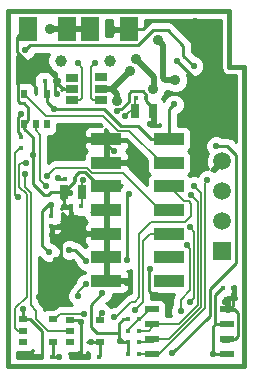
<source format=gbl>
G04 (created by PCBNEW-RS274X (2010-05-05 BZR 2356)-stable) date 2010年10月27日 星期三 23时04分44秒*
G01*
G70*
G90*
%MOIN*%
G04 Gerber Fmt 3.4, Leading zero omitted, Abs format*
%FSLAX34Y34*%
G04 APERTURE LIST*
%ADD10C,0.006000*%
%ADD11C,0.015000*%
%ADD12R,0.018100X0.018100*%
%ADD13R,0.025000X0.045000*%
%ADD14R,0.060000X0.080000*%
%ADD15R,0.045000X0.020000*%
%ADD16R,0.030000X0.020000*%
%ADD17R,0.020000X0.030000*%
%ADD18R,0.039400X0.027600*%
%ADD19C,0.039400*%
%ADD20R,0.098400X0.039400*%
%ADD21R,0.059100X0.059100*%
%ADD22C,0.059100*%
%ADD23C,0.022000*%
%ADD24C,0.035000*%
%ADD25C,0.010000*%
%ADD26C,0.020000*%
G04 APERTURE END LIST*
G54D10*
G54D11*
X47244Y-41220D02*
X47244Y-41220D01*
X46732Y-41221D02*
X47244Y-41221D01*
X46732Y-39370D02*
X46732Y-41220D01*
X39370Y-51181D02*
X39370Y-39370D01*
X47244Y-51181D02*
X39370Y-51181D01*
X47244Y-41220D02*
X47244Y-51181D01*
X39370Y-39370D02*
X46732Y-39370D01*
G54D12*
X43370Y-50010D03*
X43720Y-50010D03*
X46520Y-48580D03*
X46870Y-48580D03*
X43720Y-49630D03*
X43370Y-49630D03*
X40810Y-46180D03*
X40810Y-46530D03*
X41250Y-44940D03*
X41600Y-44940D03*
X43720Y-50390D03*
X43370Y-50390D03*
X43720Y-50780D03*
X43370Y-50780D03*
X42390Y-50880D03*
X42040Y-50880D03*
X40840Y-50880D03*
X40490Y-50880D03*
X40580Y-41680D03*
X40930Y-41680D03*
X39800Y-43920D03*
X39800Y-43570D03*
G54D13*
X43598Y-42677D03*
X44198Y-42677D03*
X41820Y-45400D03*
X41220Y-45400D03*
G54D14*
X42086Y-39961D03*
X43386Y-39961D03*
G54D15*
X46670Y-50790D03*
X46670Y-50290D03*
X46670Y-49790D03*
X46670Y-49290D03*
X44170Y-49290D03*
X44170Y-49790D03*
X44170Y-50290D03*
X44170Y-50790D03*
G54D16*
X41430Y-50395D03*
X41430Y-49645D03*
X42430Y-50395D03*
X41430Y-50020D03*
X42430Y-49645D03*
G54D17*
X40655Y-43120D03*
X39905Y-43120D03*
X40655Y-42120D03*
X40280Y-43120D03*
X39905Y-42120D03*
G54D16*
X39860Y-50385D03*
X39860Y-49635D03*
X40860Y-50385D03*
X39860Y-50010D03*
X40860Y-49635D03*
G54D18*
X41510Y-42320D03*
X41510Y-41945D03*
X41510Y-41572D03*
X42454Y-41570D03*
X42454Y-41948D03*
X42454Y-42320D03*
G54D19*
X41123Y-41015D03*
X42777Y-41015D03*
G54D12*
X43622Y-42244D03*
X43972Y-42244D03*
X41810Y-45870D03*
X41460Y-45870D03*
G54D20*
X44729Y-43630D03*
X42642Y-43630D03*
X44729Y-44417D03*
X42642Y-44417D03*
X44729Y-45205D03*
X42642Y-45205D03*
X44729Y-45992D03*
X42642Y-45992D03*
X44729Y-46780D03*
X42642Y-46780D03*
X44729Y-47567D03*
X42642Y-47567D03*
X44729Y-48354D03*
X42642Y-48354D03*
G54D21*
X46496Y-47366D03*
G54D22*
X46496Y-46366D03*
X46496Y-45366D03*
X46496Y-44366D03*
G54D14*
X40019Y-39961D03*
X41319Y-39961D03*
G54D23*
X43400Y-45440D03*
X43330Y-47650D03*
X41040Y-44930D03*
X39941Y-40650D03*
X45550Y-41190D03*
X42510Y-48760D03*
X41410Y-47320D03*
X41960Y-47680D03*
X40720Y-47400D03*
X43090Y-50360D03*
X46180Y-50780D03*
X40810Y-45810D03*
G54D24*
X44940Y-41670D03*
X44360Y-40310D03*
G54D23*
X41680Y-41100D03*
X46010Y-44990D03*
X45460Y-45480D03*
X45560Y-45190D03*
X39950Y-44430D03*
X39940Y-44780D03*
X40620Y-45180D03*
X41970Y-48440D03*
X41690Y-48860D03*
X41890Y-49440D03*
X42900Y-49550D03*
X43580Y-49320D03*
X42500Y-49430D03*
X40650Y-44870D03*
X42260Y-41090D03*
G54D24*
X43430Y-41360D03*
X43010Y-42340D03*
G54D23*
X45591Y-39705D03*
X44094Y-43110D03*
X45000Y-41024D03*
X45866Y-42126D03*
X40180Y-44150D03*
X41180Y-43980D03*
X44110Y-47960D03*
X44760Y-49210D03*
X42880Y-44010D03*
X40770Y-44160D03*
X41560Y-44170D03*
X42980Y-42690D03*
X40990Y-42120D03*
X46590Y-49070D03*
X43330Y-48430D03*
X40820Y-46830D03*
X40970Y-47670D03*
X40400Y-48880D03*
X39850Y-49300D03*
X41810Y-49730D03*
X41870Y-45000D03*
X43248Y-42854D03*
X45420Y-46570D03*
X45430Y-49070D03*
X45120Y-49340D03*
X45320Y-47170D03*
X39690Y-45570D03*
G54D24*
X40768Y-39941D03*
X43620Y-40940D03*
X44210Y-41950D03*
G54D23*
X39810Y-42790D03*
X44890Y-42470D03*
X44840Y-50760D03*
X41070Y-50880D03*
X42140Y-50400D03*
X40890Y-42630D03*
X46290Y-43850D03*
G54D25*
X43400Y-45440D02*
X43330Y-45510D01*
X43330Y-45510D02*
X43330Y-47650D01*
X41250Y-44940D02*
X40990Y-44940D01*
X40990Y-44940D02*
X41040Y-44930D01*
X40138Y-40500D02*
X40091Y-40500D01*
X40091Y-40500D02*
X39941Y-40650D01*
X46670Y-50790D02*
X46190Y-50790D01*
X46190Y-50790D02*
X46180Y-50780D01*
X43706Y-40500D02*
X40138Y-40500D01*
X44206Y-40000D02*
X43706Y-40500D01*
X44680Y-40000D02*
X44206Y-40000D01*
X45210Y-40530D02*
X44680Y-40000D01*
X45210Y-40850D02*
X45210Y-40530D01*
X45550Y-41190D02*
X45210Y-40850D01*
X42330Y-50100D02*
X43050Y-50100D01*
X42130Y-49900D02*
X42330Y-50100D01*
X42130Y-49140D02*
X42130Y-49900D01*
X42510Y-48760D02*
X42130Y-49140D01*
X41600Y-47320D02*
X41410Y-47320D01*
X41960Y-47680D02*
X41600Y-47320D01*
X46275Y-48815D02*
X46275Y-49790D01*
X46275Y-49790D02*
X46270Y-49790D01*
X40810Y-45810D02*
X40710Y-45810D01*
X40510Y-47190D02*
X40720Y-47400D01*
X40510Y-46010D02*
X40510Y-47190D01*
X40710Y-45810D02*
X40510Y-46010D01*
X43120Y-50390D02*
X43370Y-50390D01*
X43090Y-50360D02*
X43120Y-50390D01*
X43190Y-50380D02*
X43360Y-50380D01*
X43050Y-50100D02*
X43050Y-50240D01*
X43190Y-50380D02*
X43050Y-50240D01*
X43360Y-50380D02*
X43370Y-50390D01*
X43370Y-49630D02*
X43200Y-49630D01*
X43200Y-49630D02*
X43050Y-49780D01*
X43050Y-49780D02*
X43050Y-50100D01*
X43260Y-49630D02*
X43370Y-49630D01*
X43370Y-50390D02*
X43370Y-50780D01*
X46670Y-49790D02*
X46270Y-49790D01*
X46270Y-49790D02*
X46180Y-49880D01*
X46520Y-48580D02*
X46510Y-48580D01*
X46180Y-49880D02*
X46180Y-50780D01*
X46510Y-48580D02*
X46275Y-48815D01*
X40810Y-45810D02*
X40810Y-46180D01*
G54D26*
X44610Y-41670D02*
X44940Y-41670D01*
X44540Y-41600D02*
X44610Y-41670D01*
X44540Y-40490D02*
X44540Y-41600D01*
X44360Y-40310D02*
X44540Y-40490D01*
G54D10*
X41510Y-42320D02*
X41770Y-42320D01*
X41830Y-41250D02*
X41680Y-41100D01*
X41830Y-42260D02*
X41830Y-41250D01*
X41770Y-42320D02*
X41830Y-42260D01*
X44170Y-50790D02*
X44400Y-50790D01*
X46010Y-44990D02*
X45930Y-45110D01*
X45930Y-45110D02*
X45930Y-49260D01*
X45930Y-49260D02*
X44400Y-50790D01*
X43720Y-50780D02*
X44170Y-50790D01*
X45686Y-49162D02*
X45686Y-45706D01*
X45058Y-49790D02*
X45686Y-49162D01*
X44170Y-49790D02*
X45058Y-49790D01*
X45686Y-45706D02*
X45460Y-45480D01*
X43720Y-50010D02*
X44060Y-50010D01*
X44060Y-50010D02*
X44170Y-49900D01*
X44170Y-49900D02*
X44170Y-49790D01*
X45808Y-45438D02*
X45560Y-45190D01*
X44400Y-50281D02*
X44179Y-50281D01*
X44179Y-50281D02*
X44170Y-50290D01*
X45808Y-49211D02*
X45808Y-45438D01*
X44738Y-50281D02*
X44400Y-50281D01*
X44738Y-50281D02*
X45808Y-49211D01*
X44430Y-50280D02*
X44400Y-50281D01*
X43720Y-50390D02*
X44180Y-50390D01*
X44180Y-50390D02*
X44170Y-50290D01*
X39980Y-45470D02*
X39980Y-48880D01*
X39980Y-48880D02*
X39610Y-49250D01*
X39780Y-44430D02*
X39950Y-44430D01*
X39730Y-44480D02*
X39780Y-44430D01*
X39730Y-45220D02*
X39730Y-44480D01*
X39980Y-45470D02*
X39730Y-45220D01*
X39860Y-50010D02*
X39690Y-50010D01*
X39690Y-50010D02*
X39610Y-49930D01*
X39610Y-49930D02*
X39610Y-49250D01*
X40120Y-45790D02*
X40120Y-49160D01*
X40300Y-49620D02*
X40700Y-50020D01*
X40120Y-49160D02*
X40300Y-49340D01*
X40300Y-49340D02*
X40300Y-49620D01*
X40700Y-50020D02*
X41430Y-50020D01*
X40120Y-45410D02*
X40120Y-45790D01*
X39940Y-45230D02*
X40120Y-45410D01*
X39940Y-44780D02*
X39940Y-45230D01*
X40280Y-43330D02*
X40430Y-43480D01*
X40430Y-44990D02*
X40620Y-45180D01*
X40430Y-43480D02*
X40430Y-44990D01*
X40280Y-43120D02*
X40280Y-43330D01*
X41690Y-48720D02*
X41690Y-48860D01*
X41970Y-48440D02*
X41690Y-48720D01*
X40860Y-49635D02*
X40915Y-49635D01*
X41110Y-49440D02*
X41890Y-49440D01*
X40915Y-49635D02*
X41110Y-49440D01*
X44729Y-45205D02*
X44735Y-45205D01*
X44140Y-46400D02*
X43738Y-46802D01*
X45270Y-46400D02*
X44140Y-46400D01*
X45470Y-46200D02*
X45270Y-46400D01*
X45470Y-45780D02*
X45470Y-46200D01*
X45380Y-45690D02*
X45470Y-45780D01*
X45220Y-45690D02*
X45380Y-45690D01*
X44735Y-45205D02*
X45220Y-45690D01*
X43738Y-48750D02*
X43738Y-48902D01*
X43600Y-49040D02*
X43460Y-49040D01*
X43738Y-48902D02*
X43600Y-49040D01*
X43460Y-49040D02*
X42950Y-49550D01*
X42950Y-49550D02*
X42900Y-49550D01*
X43738Y-48750D02*
X43738Y-46802D01*
X43860Y-49040D02*
X43860Y-47030D01*
X43860Y-47030D02*
X44110Y-46780D01*
X44729Y-46780D02*
X44110Y-46780D01*
X43860Y-49040D02*
X43580Y-49320D01*
X42430Y-49500D02*
X42430Y-49645D01*
X42500Y-49430D02*
X42430Y-49500D01*
X44729Y-45992D02*
X44432Y-45992D01*
X40940Y-44580D02*
X40650Y-44870D01*
X41980Y-44580D02*
X40940Y-44580D01*
X42160Y-44760D02*
X41980Y-44580D01*
X43200Y-44760D02*
X42160Y-44760D01*
X44432Y-45992D02*
X43200Y-44760D01*
X44729Y-44417D02*
X44487Y-44417D01*
X39900Y-42120D02*
X39905Y-42120D01*
X40620Y-42840D02*
X39900Y-42120D01*
X42540Y-42840D02*
X40620Y-42840D01*
X43040Y-43340D02*
X42540Y-42840D01*
X43410Y-43340D02*
X43040Y-43340D01*
X44487Y-44417D02*
X43410Y-43340D01*
X42454Y-42320D02*
X42190Y-42320D01*
X42190Y-42320D02*
X42130Y-42260D01*
X42130Y-42260D02*
X42130Y-41220D01*
X42130Y-41220D02*
X42260Y-41090D01*
G54D26*
X42454Y-41948D02*
X42842Y-41948D01*
X42842Y-41948D02*
X43430Y-41360D01*
X42456Y-41950D02*
X42454Y-41948D01*
X42840Y-41950D02*
X42456Y-41950D01*
X43010Y-42120D02*
X42840Y-41950D01*
X43010Y-42340D02*
X43010Y-42120D01*
G54D25*
X43386Y-39961D02*
X43877Y-39961D01*
X44133Y-39705D02*
X45591Y-39705D01*
X43877Y-39961D02*
X44133Y-39705D01*
X40019Y-39961D02*
X39921Y-39961D01*
X39665Y-40728D02*
X40147Y-41210D01*
X39665Y-40217D02*
X39665Y-40728D01*
X39921Y-39961D02*
X39665Y-40217D01*
X44198Y-42677D02*
X44198Y-42568D01*
X43972Y-42342D02*
X43972Y-42244D01*
X44198Y-42568D02*
X43972Y-42342D01*
X44198Y-43006D02*
X44198Y-42677D01*
X44094Y-43110D02*
X44198Y-43006D01*
X45866Y-41890D02*
X45866Y-42126D01*
X45866Y-41890D02*
X45000Y-41024D01*
X41170Y-43990D02*
X41170Y-44160D01*
X41180Y-43980D02*
X41170Y-43990D01*
X41220Y-45400D02*
X40810Y-45400D01*
X40810Y-45400D02*
X40710Y-45500D01*
X40710Y-45500D02*
X40550Y-45500D01*
X40550Y-45500D02*
X40180Y-45130D01*
X40180Y-45130D02*
X40180Y-44150D01*
X39905Y-43295D02*
X39905Y-43120D01*
X40180Y-44150D02*
X40180Y-43570D01*
X40180Y-43570D02*
X39905Y-43295D01*
X44050Y-48020D02*
X44110Y-47960D01*
X44050Y-48680D02*
X44050Y-48020D01*
X44130Y-48760D02*
X44050Y-48680D01*
X44310Y-48760D02*
X44130Y-48760D01*
X44760Y-49210D02*
X44310Y-48760D01*
X42642Y-43772D02*
X42642Y-43630D01*
X42880Y-44010D02*
X42642Y-43772D01*
X42642Y-43630D02*
X41970Y-43630D01*
X41970Y-43630D02*
X41560Y-44040D01*
X41560Y-44040D02*
X41560Y-44170D01*
X41550Y-44160D02*
X41170Y-44160D01*
X41170Y-44160D02*
X40770Y-44160D01*
X41560Y-44170D02*
X41550Y-44160D01*
X41600Y-44940D02*
X41600Y-44870D01*
X42405Y-45205D02*
X42642Y-45205D01*
X41930Y-44730D02*
X42405Y-45205D01*
X41740Y-44730D02*
X41930Y-44730D01*
X41600Y-44870D02*
X41740Y-44730D01*
X41600Y-44940D02*
X41600Y-45020D01*
X41600Y-45020D02*
X41220Y-45400D01*
X42642Y-43630D02*
X42642Y-44417D01*
X43131Y-42630D02*
X43040Y-42630D01*
X43131Y-42630D02*
X43380Y-42381D01*
X43380Y-42381D02*
X43380Y-42111D01*
X43380Y-42111D02*
X43470Y-42021D01*
X43470Y-42021D02*
X43849Y-42021D01*
X43849Y-42021D02*
X43970Y-42142D01*
X43970Y-42360D02*
X43970Y-42142D01*
X43040Y-42630D02*
X42980Y-42690D01*
X44090Y-42480D02*
X44090Y-42850D01*
X43970Y-42360D02*
X44090Y-42480D01*
X40250Y-41210D02*
X40147Y-41210D01*
X40147Y-41210D02*
X40090Y-41210D01*
X40090Y-41210D02*
X39680Y-41620D01*
X39680Y-41620D02*
X39680Y-42340D01*
X39680Y-42340D02*
X39760Y-42420D01*
X39760Y-42420D02*
X39880Y-42420D01*
X39880Y-42420D02*
X40040Y-42580D01*
X40040Y-42580D02*
X40040Y-42985D01*
X40040Y-42985D02*
X39905Y-43120D01*
X40930Y-42060D02*
X40930Y-41680D01*
X40990Y-42120D02*
X40930Y-42060D01*
X40250Y-41210D02*
X40600Y-41210D01*
X40930Y-41540D02*
X40930Y-41680D01*
X40600Y-41210D02*
X40930Y-41540D01*
X40930Y-41680D02*
X41200Y-41950D01*
X41200Y-41950D02*
X41505Y-41950D01*
X41505Y-41950D02*
X41510Y-41945D01*
X46670Y-49150D02*
X46670Y-49290D01*
X46590Y-49070D02*
X46670Y-49150D01*
X42642Y-48354D02*
X43254Y-48354D01*
X43254Y-48354D02*
X43330Y-48430D01*
X40820Y-46830D02*
X40930Y-46830D01*
X41140Y-47500D02*
X40970Y-47670D01*
X41140Y-47040D02*
X41140Y-47500D01*
X40930Y-46830D02*
X41140Y-47040D01*
X41220Y-45400D02*
X41220Y-45790D01*
X41300Y-45870D02*
X41460Y-45870D01*
X41220Y-45790D02*
X41300Y-45870D01*
X40810Y-46530D02*
X41290Y-46530D01*
X41460Y-46360D02*
X41460Y-45870D01*
X41290Y-46530D02*
X41460Y-46360D01*
X40810Y-46820D02*
X40810Y-46530D01*
X40820Y-46830D02*
X40810Y-46820D01*
X40970Y-47670D02*
X40400Y-48240D01*
X40400Y-48240D02*
X40400Y-48880D01*
X39860Y-49310D02*
X39860Y-49635D01*
X39850Y-49300D02*
X39860Y-49310D01*
X41810Y-49730D02*
X41810Y-49740D01*
X41810Y-49740D02*
X41715Y-49645D01*
X41715Y-49645D02*
X41430Y-49645D01*
X39860Y-49635D02*
X40095Y-49635D01*
X40490Y-50030D02*
X40490Y-50880D01*
X40095Y-49635D02*
X40490Y-50030D01*
X41900Y-50880D02*
X42040Y-50880D01*
X41810Y-50790D02*
X41900Y-50880D01*
X41810Y-49740D02*
X41810Y-50790D01*
X46670Y-49290D02*
X46900Y-49290D01*
X46930Y-50290D02*
X46670Y-50290D01*
X47020Y-50200D02*
X46930Y-50290D01*
X47020Y-49410D02*
X47020Y-50200D01*
X46900Y-49290D02*
X47020Y-49410D01*
X46870Y-48580D02*
X46870Y-49200D01*
X46870Y-49200D02*
X46670Y-49290D01*
X42642Y-45205D02*
X42642Y-45992D01*
X42642Y-45992D02*
X42642Y-46780D01*
X42642Y-46780D02*
X42642Y-47567D01*
X42642Y-47567D02*
X42642Y-48354D01*
G54D10*
X41820Y-45050D02*
X41820Y-45400D01*
X41870Y-45000D02*
X41820Y-45050D01*
X41820Y-45400D02*
X41820Y-45860D01*
X41820Y-45860D02*
X41810Y-45870D01*
X43425Y-42677D02*
X43598Y-42677D01*
X43248Y-42854D02*
X43425Y-42677D01*
X43598Y-42677D02*
X43598Y-42268D01*
X43598Y-42268D02*
X43622Y-42244D01*
X45564Y-46710D02*
X45560Y-46710D01*
X45560Y-46710D02*
X45420Y-46570D01*
X45564Y-46710D02*
X45564Y-48936D01*
X45564Y-48936D02*
X45430Y-49070D01*
X43370Y-50010D02*
X43370Y-49980D01*
X43370Y-49980D02*
X43720Y-49630D01*
X43720Y-49630D02*
X43720Y-49650D01*
X44083Y-49287D02*
X44170Y-49290D01*
X43720Y-49650D02*
X44083Y-49287D01*
X45120Y-48980D02*
X45120Y-49340D01*
X45440Y-48660D02*
X45120Y-48980D01*
X45440Y-47290D02*
X45440Y-48660D01*
X45320Y-47170D02*
X45440Y-47290D01*
X39600Y-45480D02*
X39600Y-44090D01*
X39800Y-43920D02*
X39770Y-43920D01*
X39770Y-43920D02*
X39600Y-44090D01*
X39600Y-45480D02*
X39690Y-45570D01*
G54D26*
X41319Y-39961D02*
X42086Y-39961D01*
X41319Y-39961D02*
X40788Y-39961D01*
X40788Y-39961D02*
X40768Y-39941D01*
G54D10*
X40788Y-39961D02*
X40768Y-39941D01*
G54D26*
X44220Y-41940D02*
X44220Y-41540D01*
X43620Y-40940D02*
X44220Y-41540D01*
X44220Y-41940D02*
X44210Y-41950D01*
G54D25*
X39690Y-42940D02*
X39680Y-42940D01*
X39680Y-42950D02*
X39690Y-42940D01*
X39680Y-42920D02*
X39680Y-42950D01*
X39810Y-42790D02*
X39680Y-42920D01*
X44729Y-43630D02*
X44729Y-42631D01*
X44729Y-42631D02*
X44890Y-42470D01*
X46080Y-48620D02*
X46080Y-49520D01*
X46080Y-49520D02*
X44840Y-50760D01*
X46960Y-47740D02*
X46080Y-48620D01*
X46960Y-44140D02*
X46960Y-47740D01*
X46670Y-43850D02*
X46960Y-44140D01*
X46290Y-43850D02*
X46670Y-43850D01*
X40840Y-50880D02*
X41070Y-50880D01*
X42145Y-50395D02*
X42430Y-50395D01*
X42140Y-50400D02*
X42145Y-50395D01*
X41995Y-50395D02*
X42430Y-50395D01*
X39800Y-43570D02*
X39800Y-43500D01*
X39800Y-43500D02*
X39680Y-43380D01*
X39680Y-42940D02*
X39680Y-43380D01*
X42430Y-50395D02*
X42430Y-50840D01*
X42430Y-50840D02*
X42390Y-50880D01*
X40860Y-50385D02*
X40860Y-50860D01*
X40860Y-50860D02*
X40840Y-50880D01*
X40890Y-42630D02*
X42560Y-42630D01*
X44140Y-43630D02*
X44729Y-43630D01*
X43700Y-43190D02*
X44140Y-43630D01*
X43120Y-43190D02*
X43700Y-43190D01*
X42560Y-42630D02*
X43120Y-43190D01*
X40655Y-42120D02*
X40655Y-42395D01*
X40655Y-42395D02*
X40890Y-42630D01*
X40580Y-41680D02*
X40580Y-42045D01*
X40580Y-42045D02*
X40655Y-42120D01*
G54D10*
G36*
X42051Y-50906D02*
X42051Y-50752D01*
X41995Y-50729D01*
X41995Y-50835D01*
X41762Y-50835D01*
X41701Y-50774D01*
X41701Y-50839D01*
X41700Y-50773D01*
X41701Y-50774D01*
X41701Y-50740D01*
X41713Y-50708D01*
X41629Y-50744D01*
X41402Y-50744D01*
X41430Y-50809D01*
X41430Y-50906D01*
X41701Y-50906D01*
X41701Y-50839D01*
X41701Y-50906D01*
X42051Y-50906D01*
X42051Y-50906D01*
G37*
G54D25*
X42051Y-50906D02*
X42051Y-50752D01*
X41995Y-50729D01*
X41995Y-50835D01*
X41762Y-50835D01*
X41701Y-50774D01*
X41701Y-50839D01*
X41700Y-50773D01*
X41701Y-50774D01*
X41701Y-50740D01*
X41713Y-50708D01*
X41629Y-50744D01*
X41402Y-50744D01*
X41430Y-50809D01*
X41430Y-50906D01*
X41701Y-50906D01*
X41701Y-50839D01*
X41701Y-50906D01*
X42051Y-50906D01*
G54D10*
G36*
X40501Y-50906D02*
X40501Y-50830D01*
X40445Y-50830D01*
X40445Y-50835D01*
X40212Y-50835D01*
X40151Y-50774D01*
X40151Y-50839D01*
X40150Y-50773D01*
X40151Y-50774D01*
X40151Y-50740D01*
X40182Y-50664D01*
X40151Y-50696D01*
X40059Y-50734D01*
X39660Y-50734D01*
X39645Y-50727D01*
X39645Y-50906D01*
X40151Y-50906D01*
X40151Y-50839D01*
X40151Y-50906D01*
X40501Y-50906D01*
X40501Y-50906D01*
G37*
G54D25*
X40501Y-50906D02*
X40501Y-50830D01*
X40445Y-50830D01*
X40445Y-50835D01*
X40212Y-50835D01*
X40151Y-50774D01*
X40151Y-50839D01*
X40150Y-50773D01*
X40151Y-50774D01*
X40151Y-50740D01*
X40182Y-50664D01*
X40151Y-50696D01*
X40059Y-50734D01*
X39660Y-50734D01*
X39645Y-50727D01*
X39645Y-50906D01*
X40151Y-50906D01*
X40151Y-50839D01*
X40151Y-50906D01*
X40501Y-50906D01*
G54D10*
G36*
X46720Y-50340D02*
X46720Y-50240D01*
X46620Y-50240D01*
X46480Y-50240D01*
X46480Y-50340D01*
X46620Y-50340D01*
X46720Y-50340D01*
X46720Y-50340D01*
G37*
G54D25*
X46720Y-50340D02*
X46720Y-50240D01*
X46620Y-50240D01*
X46480Y-50240D01*
X46480Y-50340D01*
X46620Y-50340D01*
X46720Y-50340D01*
G54D10*
G36*
X44801Y-49510D02*
X44760Y-49411D01*
X44760Y-49268D01*
X44815Y-49136D01*
X44840Y-49111D01*
X44840Y-48980D01*
X44861Y-48873D01*
X44909Y-48800D01*
X44187Y-48800D01*
X44140Y-48780D01*
X44140Y-48941D01*
X44445Y-48941D01*
X44536Y-48979D01*
X44606Y-49049D01*
X44644Y-49141D01*
X44644Y-49440D01*
X44614Y-49510D01*
X44801Y-49510D01*
X44801Y-49510D01*
G37*
G54D25*
X44801Y-49510D02*
X44760Y-49411D01*
X44760Y-49268D01*
X44815Y-49136D01*
X44840Y-49111D01*
X44840Y-48980D01*
X44861Y-48873D01*
X44909Y-48800D01*
X44187Y-48800D01*
X44140Y-48780D01*
X44140Y-48941D01*
X44445Y-48941D01*
X44536Y-48979D01*
X44606Y-49049D01*
X44644Y-49141D01*
X44644Y-49440D01*
X44614Y-49510D01*
X44801Y-49510D01*
G54D10*
G36*
X46720Y-49340D02*
X46720Y-49240D01*
X46720Y-49002D01*
X46782Y-48940D01*
X46846Y-48941D01*
X46945Y-48941D01*
X46969Y-48951D01*
X46969Y-48912D01*
X46915Y-48858D01*
X46915Y-48625D01*
X46920Y-48625D01*
X46920Y-48535D01*
X46915Y-48535D01*
X46915Y-48530D01*
X46859Y-48530D01*
X46859Y-48720D01*
X46825Y-48801D01*
X46825Y-48858D01*
X46763Y-48920D01*
X46731Y-48919D01*
X46695Y-48904D01*
X46659Y-48919D01*
X46594Y-48919D01*
X46575Y-48939D01*
X46575Y-48957D01*
X46620Y-49002D01*
X46620Y-49240D01*
X46620Y-49340D01*
X46720Y-49340D01*
X46720Y-49340D01*
G37*
G54D25*
X46720Y-49340D02*
X46720Y-49240D01*
X46720Y-49002D01*
X46782Y-48940D01*
X46846Y-48941D01*
X46945Y-48941D01*
X46969Y-48951D01*
X46969Y-48912D01*
X46915Y-48858D01*
X46915Y-48625D01*
X46920Y-48625D01*
X46920Y-48535D01*
X46915Y-48535D01*
X46915Y-48530D01*
X46859Y-48530D01*
X46859Y-48720D01*
X46825Y-48801D01*
X46825Y-48858D01*
X46763Y-48920D01*
X46731Y-48919D01*
X46695Y-48904D01*
X46659Y-48919D01*
X46594Y-48919D01*
X46575Y-48939D01*
X46575Y-48957D01*
X46620Y-49002D01*
X46620Y-49240D01*
X46620Y-49340D01*
X46720Y-49340D01*
G54D10*
G36*
X40576Y-49320D02*
X40661Y-49286D01*
X40867Y-49286D01*
X40911Y-49243D01*
X40911Y-49242D01*
X40912Y-49242D01*
X41003Y-49181D01*
X41110Y-49160D01*
X41481Y-49160D01*
X41385Y-49063D01*
X41330Y-48931D01*
X41330Y-48788D01*
X41385Y-48656D01*
X41436Y-48605D01*
X41492Y-48522D01*
X41610Y-48404D01*
X41610Y-48368D01*
X41665Y-48236D01*
X41767Y-48135D01*
X41899Y-48080D01*
X41912Y-48080D01*
X41929Y-48039D01*
X41888Y-48040D01*
X41756Y-47985D01*
X41655Y-47883D01*
X41600Y-47751D01*
X41600Y-47744D01*
X41519Y-47663D01*
X41481Y-47680D01*
X41338Y-47680D01*
X41206Y-47625D01*
X41105Y-47523D01*
X41080Y-47463D01*
X41080Y-47472D01*
X41025Y-47604D01*
X40923Y-47705D01*
X40791Y-47760D01*
X40648Y-47760D01*
X40516Y-47705D01*
X40415Y-47603D01*
X40400Y-47567D01*
X40400Y-49044D01*
X40498Y-49142D01*
X40559Y-49233D01*
X40576Y-49320D01*
X40576Y-49320D01*
G37*
G54D25*
X40576Y-49320D02*
X40661Y-49286D01*
X40867Y-49286D01*
X40911Y-49243D01*
X40911Y-49242D01*
X40912Y-49242D01*
X41003Y-49181D01*
X41110Y-49160D01*
X41481Y-49160D01*
X41385Y-49063D01*
X41330Y-48931D01*
X41330Y-48788D01*
X41385Y-48656D01*
X41436Y-48605D01*
X41492Y-48522D01*
X41610Y-48404D01*
X41610Y-48368D01*
X41665Y-48236D01*
X41767Y-48135D01*
X41899Y-48080D01*
X41912Y-48080D01*
X41929Y-48039D01*
X41888Y-48040D01*
X41756Y-47985D01*
X41655Y-47883D01*
X41600Y-47751D01*
X41600Y-47744D01*
X41519Y-47663D01*
X41481Y-47680D01*
X41338Y-47680D01*
X41206Y-47625D01*
X41105Y-47523D01*
X41080Y-47463D01*
X41080Y-47472D01*
X41025Y-47604D01*
X40923Y-47705D01*
X40791Y-47760D01*
X40648Y-47760D01*
X40516Y-47705D01*
X40415Y-47603D01*
X40400Y-47567D01*
X40400Y-49044D01*
X40498Y-49142D01*
X40559Y-49233D01*
X40576Y-49320D01*
G54D10*
G36*
X42786Y-49207D02*
X42829Y-49190D01*
X42913Y-49190D01*
X43261Y-48842D01*
X43352Y-48781D01*
X43458Y-48760D01*
X43458Y-47986D01*
X43401Y-48010D01*
X43338Y-48010D01*
X43345Y-48016D01*
X43383Y-48108D01*
X43384Y-48242D01*
X43322Y-48304D01*
X42692Y-48304D01*
X42692Y-47969D01*
X42700Y-47960D01*
X42692Y-47952D01*
X42692Y-47617D01*
X42970Y-47617D01*
X42970Y-47578D01*
X42995Y-47517D01*
X42692Y-47517D01*
X42692Y-47182D01*
X42700Y-47173D01*
X42692Y-47165D01*
X42692Y-46830D01*
X43030Y-46830D01*
X43030Y-46730D01*
X42692Y-46730D01*
X42692Y-46395D01*
X42700Y-46385D01*
X42692Y-46377D01*
X42692Y-46042D01*
X43030Y-46042D01*
X43030Y-45942D01*
X42692Y-45942D01*
X42692Y-45607D01*
X42700Y-45598D01*
X42692Y-45590D01*
X42692Y-45255D01*
X43087Y-45255D01*
X43095Y-45236D01*
X43175Y-45154D01*
X42692Y-45155D01*
X42692Y-45040D01*
X42592Y-45040D01*
X42592Y-45155D01*
X42195Y-45155D01*
X42194Y-45158D01*
X42194Y-45255D01*
X42592Y-45255D01*
X42592Y-45590D01*
X42583Y-45598D01*
X42592Y-45607D01*
X42592Y-45942D01*
X42149Y-45942D01*
X42149Y-46010D01*
X42135Y-46042D01*
X42592Y-46042D01*
X42592Y-46377D01*
X42582Y-46385D01*
X42592Y-46395D01*
X42592Y-46730D01*
X41962Y-46730D01*
X41900Y-46668D01*
X41901Y-46534D01*
X41939Y-46442D01*
X41994Y-46385D01*
X41939Y-46330D01*
X41901Y-46238D01*
X41900Y-46209D01*
X41670Y-46209D01*
X41634Y-46194D01*
X41599Y-46209D01*
X41567Y-46210D01*
X41505Y-46148D01*
X41505Y-46091D01*
X41471Y-46009D01*
X41471Y-45842D01*
X41394Y-45874D01*
X41332Y-45875D01*
X41281Y-45825D01*
X41182Y-45825D01*
X41170Y-45813D01*
X41170Y-45882D01*
X41136Y-45960D01*
X41182Y-45915D01*
X41415Y-45915D01*
X41415Y-46148D01*
X41353Y-46210D01*
X41321Y-46209D01*
X41229Y-46171D01*
X41159Y-46101D01*
X41149Y-46077D01*
X41149Y-46320D01*
X41134Y-46355D01*
X41149Y-46391D01*
X41150Y-46423D01*
X41088Y-46485D01*
X41031Y-46485D01*
X40949Y-46519D01*
X40810Y-46519D01*
X40810Y-47047D01*
X40917Y-47092D01*
X40917Y-46870D01*
X40851Y-46869D01*
X40916Y-46869D01*
X40855Y-46808D01*
X40855Y-46575D01*
X41088Y-46575D01*
X41150Y-46637D01*
X41149Y-46669D01*
X41111Y-46761D01*
X41041Y-46831D01*
X40950Y-46869D01*
X40916Y-46869D01*
X40917Y-46870D01*
X40917Y-47092D01*
X40924Y-47095D01*
X41025Y-47197D01*
X41050Y-47257D01*
X41050Y-47248D01*
X41105Y-47116D01*
X41207Y-47015D01*
X41339Y-46960D01*
X41482Y-46960D01*
X41614Y-47015D01*
X41623Y-47024D01*
X41715Y-47043D01*
X41812Y-47108D01*
X41937Y-47233D01*
X41939Y-47229D01*
X41994Y-47173D01*
X41939Y-47118D01*
X41901Y-47026D01*
X41900Y-46892D01*
X41962Y-46830D01*
X42592Y-46830D01*
X42592Y-47165D01*
X42583Y-47173D01*
X42592Y-47182D01*
X42592Y-47517D01*
X42281Y-47517D01*
X42320Y-47609D01*
X42320Y-47617D01*
X42592Y-47617D01*
X42592Y-47952D01*
X42583Y-47960D01*
X42592Y-47969D01*
X42592Y-48304D01*
X42302Y-48304D01*
X42330Y-48369D01*
X42330Y-48404D01*
X42429Y-48404D01*
X42439Y-48400D01*
X42582Y-48400D01*
X42591Y-48404D01*
X42592Y-48404D01*
X42692Y-48445D01*
X42692Y-48404D01*
X43322Y-48404D01*
X43384Y-48466D01*
X43383Y-48600D01*
X43345Y-48692D01*
X43275Y-48762D01*
X43184Y-48800D01*
X42870Y-48800D01*
X42870Y-48832D01*
X42815Y-48964D01*
X42713Y-49065D01*
X42636Y-49096D01*
X42704Y-49125D01*
X42786Y-49207D01*
X42786Y-49207D01*
G37*
G54D25*
X42786Y-49207D02*
X42829Y-49190D01*
X42913Y-49190D01*
X43261Y-48842D01*
X43352Y-48781D01*
X43458Y-48760D01*
X43458Y-47986D01*
X43401Y-48010D01*
X43338Y-48010D01*
X43345Y-48016D01*
X43383Y-48108D01*
X43384Y-48242D01*
X43322Y-48304D01*
X42692Y-48304D01*
X42692Y-47969D01*
X42700Y-47960D01*
X42692Y-47952D01*
X42692Y-47617D01*
X42970Y-47617D01*
X42970Y-47578D01*
X42995Y-47517D01*
X42692Y-47517D01*
X42692Y-47182D01*
X42700Y-47173D01*
X42692Y-47165D01*
X42692Y-46830D01*
X43030Y-46830D01*
X43030Y-46730D01*
X42692Y-46730D01*
X42692Y-46395D01*
X42700Y-46385D01*
X42692Y-46377D01*
X42692Y-46042D01*
X43030Y-46042D01*
X43030Y-45942D01*
X42692Y-45942D01*
X42692Y-45607D01*
X42700Y-45598D01*
X42692Y-45590D01*
X42692Y-45255D01*
X43087Y-45255D01*
X43095Y-45236D01*
X43175Y-45154D01*
X42692Y-45155D01*
X42692Y-45040D01*
X42592Y-45040D01*
X42592Y-45155D01*
X42195Y-45155D01*
X42194Y-45158D01*
X42194Y-45255D01*
X42592Y-45255D01*
X42592Y-45590D01*
X42583Y-45598D01*
X42592Y-45607D01*
X42592Y-45942D01*
X42149Y-45942D01*
X42149Y-46010D01*
X42135Y-46042D01*
X42592Y-46042D01*
X42592Y-46377D01*
X42582Y-46385D01*
X42592Y-46395D01*
X42592Y-46730D01*
X41962Y-46730D01*
X41900Y-46668D01*
X41901Y-46534D01*
X41939Y-46442D01*
X41994Y-46385D01*
X41939Y-46330D01*
X41901Y-46238D01*
X41900Y-46209D01*
X41670Y-46209D01*
X41634Y-46194D01*
X41599Y-46209D01*
X41567Y-46210D01*
X41505Y-46148D01*
X41505Y-46091D01*
X41471Y-46009D01*
X41471Y-45842D01*
X41394Y-45874D01*
X41332Y-45875D01*
X41281Y-45825D01*
X41182Y-45825D01*
X41170Y-45813D01*
X41170Y-45882D01*
X41136Y-45960D01*
X41182Y-45915D01*
X41415Y-45915D01*
X41415Y-46148D01*
X41353Y-46210D01*
X41321Y-46209D01*
X41229Y-46171D01*
X41159Y-46101D01*
X41149Y-46077D01*
X41149Y-46320D01*
X41134Y-46355D01*
X41149Y-46391D01*
X41150Y-46423D01*
X41088Y-46485D01*
X41031Y-46485D01*
X40949Y-46519D01*
X40810Y-46519D01*
X40810Y-47047D01*
X40917Y-47092D01*
X40917Y-46870D01*
X40851Y-46869D01*
X40916Y-46869D01*
X40855Y-46808D01*
X40855Y-46575D01*
X41088Y-46575D01*
X41150Y-46637D01*
X41149Y-46669D01*
X41111Y-46761D01*
X41041Y-46831D01*
X40950Y-46869D01*
X40916Y-46869D01*
X40917Y-46870D01*
X40917Y-47092D01*
X40924Y-47095D01*
X41025Y-47197D01*
X41050Y-47257D01*
X41050Y-47248D01*
X41105Y-47116D01*
X41207Y-47015D01*
X41339Y-46960D01*
X41482Y-46960D01*
X41614Y-47015D01*
X41623Y-47024D01*
X41715Y-47043D01*
X41812Y-47108D01*
X41937Y-47233D01*
X41939Y-47229D01*
X41994Y-47173D01*
X41939Y-47118D01*
X41901Y-47026D01*
X41900Y-46892D01*
X41962Y-46830D01*
X42592Y-46830D01*
X42592Y-47165D01*
X42583Y-47173D01*
X42592Y-47182D01*
X42592Y-47517D01*
X42281Y-47517D01*
X42320Y-47609D01*
X42320Y-47617D01*
X42592Y-47617D01*
X42592Y-47952D01*
X42583Y-47960D01*
X42592Y-47969D01*
X42592Y-48304D01*
X42302Y-48304D01*
X42330Y-48369D01*
X42330Y-48404D01*
X42429Y-48404D01*
X42439Y-48400D01*
X42582Y-48400D01*
X42591Y-48404D01*
X42592Y-48404D01*
X42692Y-48445D01*
X42692Y-48404D01*
X43322Y-48404D01*
X43384Y-48466D01*
X43383Y-48600D01*
X43345Y-48692D01*
X43275Y-48762D01*
X43184Y-48800D01*
X42870Y-48800D01*
X42870Y-48832D01*
X42815Y-48964D01*
X42713Y-49065D01*
X42636Y-49096D01*
X42704Y-49125D01*
X42786Y-49207D01*
G54D10*
G36*
X41170Y-45628D02*
X41229Y-45569D01*
X41270Y-45552D01*
X41270Y-45450D01*
X41446Y-45450D01*
X41446Y-45350D01*
X41270Y-45350D01*
X41270Y-45279D01*
X41170Y-45279D01*
X41170Y-45350D01*
X41170Y-45450D01*
X41170Y-45628D01*
X41170Y-45628D01*
G37*
G54D25*
X41170Y-45628D02*
X41229Y-45569D01*
X41270Y-45552D01*
X41270Y-45450D01*
X41446Y-45450D01*
X41446Y-45350D01*
X41270Y-45350D01*
X41270Y-45279D01*
X41170Y-45279D01*
X41170Y-45350D01*
X41170Y-45450D01*
X41170Y-45628D01*
G54D10*
G36*
X43988Y-45152D02*
X43988Y-44958D01*
X44026Y-44867D01*
X44081Y-44810D01*
X44026Y-44755D01*
X43988Y-44663D01*
X43988Y-44314D01*
X43293Y-43620D01*
X43040Y-43620D01*
X42932Y-43599D01*
X42903Y-43580D01*
X42692Y-43580D01*
X42692Y-43388D01*
X42592Y-43288D01*
X42592Y-43580D01*
X41962Y-43580D01*
X41900Y-43518D01*
X41901Y-43384D01*
X41939Y-43292D01*
X42009Y-43222D01*
X42100Y-43184D01*
X42199Y-43184D01*
X42486Y-43183D01*
X42423Y-43120D01*
X41004Y-43120D01*
X41004Y-43320D01*
X40966Y-43411D01*
X40896Y-43481D01*
X40804Y-43519D01*
X40710Y-43519D01*
X40710Y-44414D01*
X40742Y-44382D01*
X40832Y-44321D01*
X40940Y-44300D01*
X41900Y-44300D01*
X41901Y-44171D01*
X41939Y-44079D01*
X41994Y-44023D01*
X41939Y-43968D01*
X41901Y-43876D01*
X41900Y-43742D01*
X41962Y-43680D01*
X42592Y-43680D01*
X42592Y-44015D01*
X42583Y-44023D01*
X42592Y-44032D01*
X42592Y-44367D01*
X42155Y-44367D01*
X42178Y-44382D01*
X42263Y-44467D01*
X42592Y-44467D01*
X42592Y-44479D01*
X42692Y-44479D01*
X42692Y-44467D01*
X42692Y-44367D01*
X42692Y-44032D01*
X42700Y-44023D01*
X42692Y-44015D01*
X42692Y-43680D01*
X43322Y-43680D01*
X43384Y-43742D01*
X43383Y-43876D01*
X43345Y-43968D01*
X43289Y-44023D01*
X43345Y-44079D01*
X43383Y-44171D01*
X43384Y-44305D01*
X43322Y-44367D01*
X42692Y-44367D01*
X42692Y-44467D01*
X43322Y-44467D01*
X43384Y-44529D01*
X43383Y-44552D01*
X43398Y-44562D01*
X43988Y-45152D01*
X43988Y-45152D01*
G37*
G54D25*
X43988Y-45152D02*
X43988Y-44958D01*
X44026Y-44867D01*
X44081Y-44810D01*
X44026Y-44755D01*
X43988Y-44663D01*
X43988Y-44314D01*
X43293Y-43620D01*
X43040Y-43620D01*
X42932Y-43599D01*
X42903Y-43580D01*
X42692Y-43580D01*
X42692Y-43388D01*
X42592Y-43288D01*
X42592Y-43580D01*
X41962Y-43580D01*
X41900Y-43518D01*
X41901Y-43384D01*
X41939Y-43292D01*
X42009Y-43222D01*
X42100Y-43184D01*
X42199Y-43184D01*
X42486Y-43183D01*
X42423Y-43120D01*
X41004Y-43120D01*
X41004Y-43320D01*
X40966Y-43411D01*
X40896Y-43481D01*
X40804Y-43519D01*
X40710Y-43519D01*
X40710Y-44414D01*
X40742Y-44382D01*
X40832Y-44321D01*
X40940Y-44300D01*
X41900Y-44300D01*
X41901Y-44171D01*
X41939Y-44079D01*
X41994Y-44023D01*
X41939Y-43968D01*
X41901Y-43876D01*
X41900Y-43742D01*
X41962Y-43680D01*
X42592Y-43680D01*
X42592Y-44015D01*
X42583Y-44023D01*
X42592Y-44032D01*
X42592Y-44367D01*
X42155Y-44367D01*
X42178Y-44382D01*
X42263Y-44467D01*
X42592Y-44467D01*
X42592Y-44479D01*
X42692Y-44479D01*
X42692Y-44467D01*
X42692Y-44367D01*
X42692Y-44032D01*
X42700Y-44023D01*
X42692Y-44015D01*
X42692Y-43680D01*
X43322Y-43680D01*
X43384Y-43742D01*
X43383Y-43876D01*
X43345Y-43968D01*
X43289Y-44023D01*
X43345Y-44079D01*
X43383Y-44171D01*
X43384Y-44305D01*
X43322Y-44367D01*
X42692Y-44367D01*
X42692Y-44467D01*
X43322Y-44467D01*
X43384Y-44529D01*
X43383Y-44552D01*
X43398Y-44562D01*
X43988Y-45152D01*
G54D10*
G36*
X45422Y-44857D02*
X45489Y-44830D01*
X45632Y-44830D01*
X45678Y-44849D01*
X45705Y-44786D01*
X45807Y-44685D01*
X45939Y-44630D01*
X46021Y-44630D01*
X45968Y-44500D01*
X45956Y-44288D01*
X46025Y-44093D01*
X45985Y-44053D01*
X45930Y-43921D01*
X45930Y-43778D01*
X45985Y-43646D01*
X46087Y-43545D01*
X46219Y-43490D01*
X46362Y-43490D01*
X46494Y-43545D01*
X46498Y-43549D01*
X46670Y-43550D01*
X46785Y-43573D01*
X46882Y-43638D01*
X46969Y-43725D01*
X46969Y-41496D01*
X46732Y-41496D01*
X46627Y-41475D01*
X46538Y-41415D01*
X46478Y-41326D01*
X46457Y-41221D01*
X46457Y-39645D01*
X43935Y-39645D01*
X43935Y-39845D01*
X43993Y-39788D01*
X44091Y-39723D01*
X44206Y-39700D01*
X44680Y-39700D01*
X44795Y-39723D01*
X44892Y-39788D01*
X45422Y-40317D01*
X45487Y-40415D01*
X45510Y-40530D01*
X45510Y-40725D01*
X45614Y-40830D01*
X45622Y-40830D01*
X45754Y-40885D01*
X45855Y-40987D01*
X45910Y-41119D01*
X45910Y-41262D01*
X45855Y-41394D01*
X45753Y-41495D01*
X45621Y-41550D01*
X45478Y-41550D01*
X45346Y-41495D01*
X45314Y-41463D01*
X45365Y-41586D01*
X45365Y-41755D01*
X45300Y-41911D01*
X45180Y-42031D01*
X45024Y-42095D01*
X44855Y-42095D01*
X44699Y-42030D01*
X44688Y-42020D01*
X44635Y-42020D01*
X44635Y-42035D01*
X44570Y-42191D01*
X44491Y-42268D01*
X44534Y-42311D01*
X44550Y-42349D01*
X44585Y-42266D01*
X44687Y-42165D01*
X44819Y-42110D01*
X44962Y-42110D01*
X45094Y-42165D01*
X45195Y-42267D01*
X45250Y-42399D01*
X45250Y-42542D01*
X45195Y-42674D01*
X45093Y-42775D01*
X45029Y-42801D01*
X45029Y-43184D01*
X45271Y-43184D01*
X45362Y-43222D01*
X45432Y-43292D01*
X45470Y-43384D01*
X45470Y-43877D01*
X45432Y-43968D01*
X45376Y-44023D01*
X45432Y-44079D01*
X45470Y-44171D01*
X45470Y-44664D01*
X45432Y-44755D01*
X45375Y-44810D01*
X45422Y-44857D01*
X45422Y-44857D01*
G37*
G54D25*
X45422Y-44857D02*
X45489Y-44830D01*
X45632Y-44830D01*
X45678Y-44849D01*
X45705Y-44786D01*
X45807Y-44685D01*
X45939Y-44630D01*
X46021Y-44630D01*
X45968Y-44500D01*
X45956Y-44288D01*
X46025Y-44093D01*
X45985Y-44053D01*
X45930Y-43921D01*
X45930Y-43778D01*
X45985Y-43646D01*
X46087Y-43545D01*
X46219Y-43490D01*
X46362Y-43490D01*
X46494Y-43545D01*
X46498Y-43549D01*
X46670Y-43550D01*
X46785Y-43573D01*
X46882Y-43638D01*
X46969Y-43725D01*
X46969Y-41496D01*
X46732Y-41496D01*
X46627Y-41475D01*
X46538Y-41415D01*
X46478Y-41326D01*
X46457Y-41221D01*
X46457Y-39645D01*
X43935Y-39645D01*
X43935Y-39845D01*
X43993Y-39788D01*
X44091Y-39723D01*
X44206Y-39700D01*
X44680Y-39700D01*
X44795Y-39723D01*
X44892Y-39788D01*
X45422Y-40317D01*
X45487Y-40415D01*
X45510Y-40530D01*
X45510Y-40725D01*
X45614Y-40830D01*
X45622Y-40830D01*
X45754Y-40885D01*
X45855Y-40987D01*
X45910Y-41119D01*
X45910Y-41262D01*
X45855Y-41394D01*
X45753Y-41495D01*
X45621Y-41550D01*
X45478Y-41550D01*
X45346Y-41495D01*
X45314Y-41463D01*
X45365Y-41586D01*
X45365Y-41755D01*
X45300Y-41911D01*
X45180Y-42031D01*
X45024Y-42095D01*
X44855Y-42095D01*
X44699Y-42030D01*
X44688Y-42020D01*
X44635Y-42020D01*
X44635Y-42035D01*
X44570Y-42191D01*
X44491Y-42268D01*
X44534Y-42311D01*
X44550Y-42349D01*
X44585Y-42266D01*
X44687Y-42165D01*
X44819Y-42110D01*
X44962Y-42110D01*
X45094Y-42165D01*
X45195Y-42267D01*
X45250Y-42399D01*
X45250Y-42542D01*
X45195Y-42674D01*
X45093Y-42775D01*
X45029Y-42801D01*
X45029Y-43184D01*
X45271Y-43184D01*
X45362Y-43222D01*
X45432Y-43292D01*
X45470Y-43384D01*
X45470Y-43877D01*
X45432Y-43968D01*
X45376Y-44023D01*
X45432Y-44079D01*
X45470Y-44171D01*
X45470Y-44664D01*
X45432Y-44755D01*
X45375Y-44810D01*
X45422Y-44857D01*
G54D10*
G36*
X46230Y-44702D02*
X46496Y-44437D01*
X46567Y-44366D01*
X46496Y-44295D01*
X46593Y-44197D01*
X46593Y-44197D01*
X46496Y-44295D01*
X46425Y-44366D01*
X46268Y-44210D01*
X46268Y-44210D01*
X46425Y-44366D01*
X46137Y-44653D01*
X46214Y-44685D01*
X46230Y-44702D01*
X46230Y-44702D01*
G37*
G54D25*
X46230Y-44702D02*
X46496Y-44437D01*
X46567Y-44366D01*
X46496Y-44295D01*
X46593Y-44197D01*
X46593Y-44197D01*
X46496Y-44295D01*
X46425Y-44366D01*
X46268Y-44210D01*
X46268Y-44210D01*
X46425Y-44366D01*
X46137Y-44653D01*
X46214Y-44685D01*
X46230Y-44702D01*
G54D10*
G36*
X44138Y-43204D02*
X44188Y-43184D01*
X44429Y-43184D01*
X44429Y-43127D01*
X44372Y-43151D01*
X44310Y-43152D01*
X44248Y-43090D01*
X44248Y-42727D01*
X44248Y-42627D01*
X44148Y-42627D01*
X44148Y-42727D01*
X44148Y-43090D01*
X44086Y-43152D01*
X44138Y-43204D01*
X44138Y-43204D01*
G37*
G54D25*
X44138Y-43204D02*
X44188Y-43184D01*
X44429Y-43184D01*
X44429Y-43127D01*
X44372Y-43151D01*
X44310Y-43152D01*
X44248Y-43090D01*
X44248Y-42727D01*
X44248Y-42627D01*
X44148Y-42627D01*
X44148Y-42727D01*
X44148Y-43090D01*
X44086Y-43152D01*
X44138Y-43204D01*
G54D10*
G36*
X40294Y-42118D02*
X40280Y-42045D01*
X40280Y-41912D01*
X40279Y-41911D01*
X40241Y-41819D01*
X40241Y-41540D01*
X40279Y-41449D01*
X40349Y-41379D01*
X40441Y-41341D01*
X40720Y-41341D01*
X40755Y-41355D01*
X40791Y-41341D01*
X40817Y-41340D01*
X40745Y-41267D01*
X40677Y-41103D01*
X40677Y-40926D01*
X40729Y-40800D01*
X40268Y-40800D01*
X40246Y-40854D01*
X40144Y-40955D01*
X40012Y-41010D01*
X39869Y-41010D01*
X39737Y-40955D01*
X39645Y-40862D01*
X39645Y-41778D01*
X39664Y-41759D01*
X39756Y-41721D01*
X40055Y-41721D01*
X40146Y-41759D01*
X40216Y-41829D01*
X40254Y-41921D01*
X40254Y-42078D01*
X40294Y-42118D01*
X40294Y-42118D01*
G37*
G54D25*
X40294Y-42118D02*
X40280Y-42045D01*
X40280Y-41912D01*
X40279Y-41911D01*
X40241Y-41819D01*
X40241Y-41540D01*
X40279Y-41449D01*
X40349Y-41379D01*
X40441Y-41341D01*
X40720Y-41341D01*
X40755Y-41355D01*
X40791Y-41341D01*
X40817Y-41340D01*
X40745Y-41267D01*
X40677Y-41103D01*
X40677Y-40926D01*
X40729Y-40800D01*
X40268Y-40800D01*
X40246Y-40854D01*
X40144Y-40955D01*
X40012Y-41010D01*
X39869Y-41010D01*
X39737Y-40955D01*
X39645Y-40862D01*
X39645Y-41778D01*
X39664Y-41759D01*
X39756Y-41721D01*
X40055Y-41721D01*
X40146Y-41759D01*
X40216Y-41829D01*
X40254Y-41921D01*
X40254Y-42078D01*
X40294Y-42118D01*
G54D10*
G36*
X41147Y-41995D02*
X41172Y-41971D01*
X41232Y-41946D01*
X41206Y-41935D01*
X41161Y-41981D01*
X41127Y-41995D01*
X41147Y-41995D01*
X41147Y-41995D01*
G37*
G54D25*
X41147Y-41995D02*
X41172Y-41971D01*
X41232Y-41946D01*
X41206Y-41935D01*
X41161Y-41981D01*
X41127Y-41995D01*
X41147Y-41995D01*
G54D10*
G36*
X40975Y-41850D02*
X40975Y-41725D01*
X41064Y-41725D01*
X41064Y-41635D01*
X40975Y-41635D01*
X40975Y-41436D01*
X40880Y-41397D01*
X40885Y-41402D01*
X40885Y-41458D01*
X40919Y-41541D01*
X40919Y-41782D01*
X40966Y-41829D01*
X40975Y-41850D01*
X40975Y-41850D01*
G37*
G54D25*
X40975Y-41850D02*
X40975Y-41725D01*
X41064Y-41725D01*
X41064Y-41635D01*
X40975Y-41635D01*
X40975Y-41436D01*
X40880Y-41397D01*
X40885Y-41402D01*
X40885Y-41458D01*
X40919Y-41541D01*
X40919Y-41782D01*
X40966Y-41829D01*
X40975Y-41850D01*
G54D10*
G36*
X42836Y-40200D02*
X42836Y-40073D01*
X42898Y-40011D01*
X43336Y-40011D01*
X43436Y-40011D01*
X43436Y-39911D01*
X43336Y-39911D01*
X42898Y-39911D01*
X42836Y-39849D01*
X42836Y-39645D01*
X42635Y-39645D01*
X42635Y-40200D01*
X42836Y-40200D01*
X42836Y-40200D01*
G37*
G54D25*
X42836Y-40200D02*
X42836Y-40073D01*
X42898Y-40011D01*
X43336Y-40011D01*
X43436Y-40011D01*
X43436Y-39911D01*
X43336Y-39911D01*
X42898Y-39911D01*
X42836Y-39849D01*
X42836Y-39645D01*
X42635Y-39645D01*
X42635Y-40200D01*
X42836Y-40200D01*
G54D10*
G36*
X40069Y-40011D02*
X40069Y-39911D01*
X39969Y-39911D01*
X39969Y-40011D01*
X40069Y-40011D01*
X40069Y-40011D01*
G37*
G54D25*
X40069Y-40011D02*
X40069Y-39911D01*
X39969Y-39911D01*
X39969Y-40011D01*
X40069Y-40011D01*
M02*

</source>
